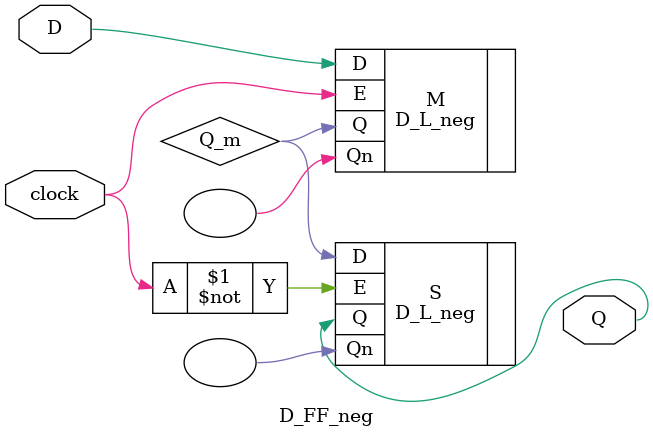
<source format=v>
`timescale 1ns / 1ps


module D_FF_neg(

    input D,
    input clock,
    output Q

    );
    
    wire Q_m;
    
    D_L_neg M(

    .D(D),
    .E(clock),
    .Q(Q_m),
    .Qn()

    );
    
    D_L_neg S(

    .D(Q_m),
    .E(~clock),
    .Q(Q),
    .Qn()

    );
    
    
endmodule

</source>
